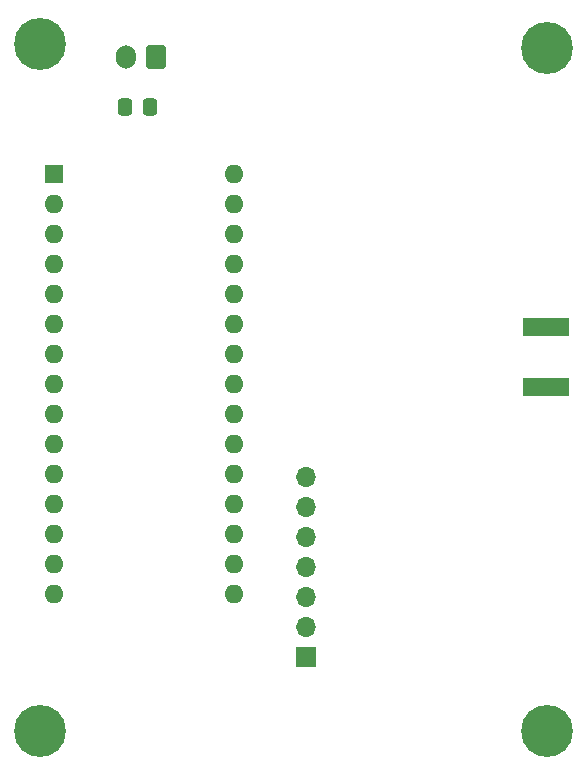
<source format=gbs>
G04 #@! TF.GenerationSoftware,KiCad,Pcbnew,8.0.6*
G04 #@! TF.CreationDate,2024-10-20T12:02:02+02:00*
G04 #@! TF.ProjectId,foxy,666f7879-2e6b-4696-9361-645f70636258,rev?*
G04 #@! TF.SameCoordinates,Original*
G04 #@! TF.FileFunction,Soldermask,Bot*
G04 #@! TF.FilePolarity,Negative*
%FSLAX46Y46*%
G04 Gerber Fmt 4.6, Leading zero omitted, Abs format (unit mm)*
G04 Created by KiCad (PCBNEW 8.0.6) date 2024-10-20 12:02:02*
%MOMM*%
%LPD*%
G01*
G04 APERTURE LIST*
G04 Aperture macros list*
%AMRoundRect*
0 Rectangle with rounded corners*
0 $1 Rounding radius*
0 $2 $3 $4 $5 $6 $7 $8 $9 X,Y pos of 4 corners*
0 Add a 4 corners polygon primitive as box body*
4,1,4,$2,$3,$4,$5,$6,$7,$8,$9,$2,$3,0*
0 Add four circle primitives for the rounded corners*
1,1,$1+$1,$2,$3*
1,1,$1+$1,$4,$5*
1,1,$1+$1,$6,$7*
1,1,$1+$1,$8,$9*
0 Add four rect primitives between the rounded corners*
20,1,$1+$1,$2,$3,$4,$5,0*
20,1,$1+$1,$4,$5,$6,$7,0*
20,1,$1+$1,$6,$7,$8,$9,0*
20,1,$1+$1,$8,$9,$2,$3,0*%
G04 Aperture macros list end*
%ADD10C,0.700000*%
%ADD11C,4.400000*%
%ADD12RoundRect,0.250000X0.600000X0.750000X-0.600000X0.750000X-0.600000X-0.750000X0.600000X-0.750000X0*%
%ADD13O,1.700000X2.000000*%
%ADD14R,1.700000X1.700000*%
%ADD15O,1.700000X1.700000*%
%ADD16R,1.600000X1.600000*%
%ADD17O,1.600000X1.600000*%
%ADD18R,4.000000X1.500000*%
%ADD19RoundRect,0.250000X-0.337500X-0.475000X0.337500X-0.475000X0.337500X0.475000X-0.337500X0.475000X0*%
G04 APERTURE END LIST*
D10*
X136400000Y-125833274D03*
X136883274Y-124666548D03*
X136883274Y-127000000D03*
X138050000Y-124183274D03*
D11*
X138050000Y-125833274D03*
D10*
X138050000Y-127483274D03*
X139216726Y-124666548D03*
X139216726Y-127000000D03*
X139700000Y-125833274D03*
D12*
X104899000Y-68831000D03*
D13*
X102399000Y-68831000D03*
D14*
X117602000Y-119634000D03*
D15*
X117602000Y-117094000D03*
X117602000Y-114554000D03*
X117602000Y-112014000D03*
X117602000Y-109474000D03*
X117602000Y-106934000D03*
X117602000Y-104394000D03*
D10*
X93449274Y-125833274D03*
X93932548Y-124666548D03*
X93932548Y-127000000D03*
X95099274Y-124183274D03*
D11*
X95099274Y-125833274D03*
D10*
X95099274Y-127483274D03*
X96266000Y-124666548D03*
X96266000Y-127000000D03*
X96749274Y-125833274D03*
X93449274Y-67714726D03*
X93932548Y-66548000D03*
X93932548Y-68881452D03*
X95099274Y-66064726D03*
D11*
X95099274Y-67714726D03*
D10*
X95099274Y-69364726D03*
X96266000Y-66548000D03*
X96266000Y-68881452D03*
X96749274Y-67714726D03*
X136400000Y-68072000D03*
X136883274Y-66905274D03*
X136883274Y-69238726D03*
X138050000Y-66422000D03*
D11*
X138050000Y-68072000D03*
D10*
X138050000Y-69722000D03*
X139216726Y-66905274D03*
X139216726Y-69238726D03*
X139700000Y-68072000D03*
D16*
X96266000Y-78740000D03*
D17*
X96266000Y-81280000D03*
X96266000Y-83820000D03*
X96266000Y-86360000D03*
X96266000Y-88900000D03*
X96266000Y-91440000D03*
X96266000Y-93980000D03*
X96266000Y-96520000D03*
X96266000Y-99060000D03*
X96266000Y-101600000D03*
X96266000Y-104140000D03*
X96266000Y-106680000D03*
X96266000Y-109220000D03*
X96266000Y-111760000D03*
X96266000Y-114300000D03*
X111506000Y-114300000D03*
X111506000Y-111760000D03*
X111506000Y-109220000D03*
X111506000Y-106680000D03*
X111506000Y-104140000D03*
X111506000Y-101600000D03*
X111506000Y-99060000D03*
X111506000Y-96520000D03*
X111506000Y-93980000D03*
X111506000Y-91440000D03*
X111506000Y-88900000D03*
X111506000Y-86360000D03*
X111506000Y-83820000D03*
X111506000Y-81280000D03*
X111506000Y-78740000D03*
D18*
X137922000Y-91694000D03*
X137922000Y-96774000D03*
D19*
X102311200Y-72999600D03*
X104386200Y-72999600D03*
M02*

</source>
